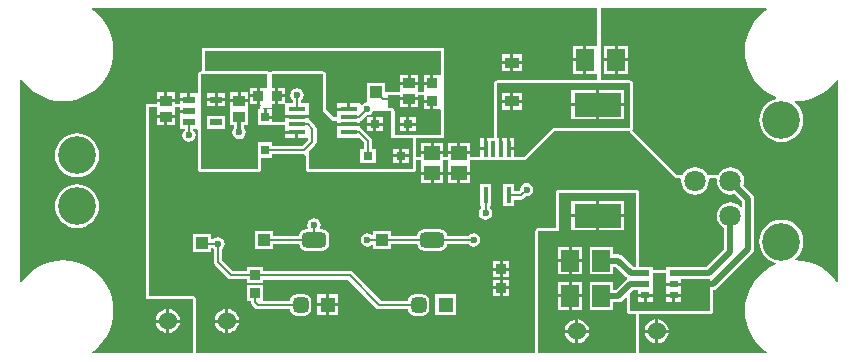
<source format=gtl>
G04*
G04 #@! TF.GenerationSoftware,Altium Limited,Altium Designer,20.0.13 (296)*
G04*
G04 Layer_Physical_Order=1*
G04 Layer_Color=255*
%FSLAX25Y25*%
%MOIN*%
G70*
G01*
G75*
%ADD11C,0.00787*%
%ADD14R,0.07874X0.06693*%
%ADD15R,0.01772X0.05315*%
%ADD16R,0.05709X0.01772*%
%ADD17R,0.04134X0.02362*%
%ADD18R,0.05906X0.07284*%
G04:AMPARAMS|DCode=19|XSize=51.18mil|YSize=78.74mil|CornerRadius=12.8mil|HoleSize=0mil|Usage=FLASHONLY|Rotation=270.000|XOffset=0mil|YOffset=0mil|HoleType=Round|Shape=RoundedRectangle|*
%AMROUNDEDRECTD19*
21,1,0.05118,0.05315,0,0,270.0*
21,1,0.02559,0.07874,0,0,270.0*
1,1,0.02559,-0.02657,-0.01280*
1,1,0.02559,-0.02657,0.01280*
1,1,0.02559,0.02657,0.01280*
1,1,0.02559,0.02657,-0.01280*
%
%ADD19ROUNDEDRECTD19*%
G04:AMPARAMS|DCode=20|XSize=51.18mil|YSize=51.18mil|CornerRadius=12.8mil|HoleSize=0mil|Usage=FLASHONLY|Rotation=270.000|XOffset=0mil|YOffset=0mil|HoleType=Round|Shape=RoundedRectangle|*
%AMROUNDEDRECTD20*
21,1,0.05118,0.02559,0,0,270.0*
21,1,0.02559,0.05118,0,0,270.0*
1,1,0.02559,-0.01280,-0.01280*
1,1,0.02559,-0.01280,0.01280*
1,1,0.02559,0.01280,0.01280*
1,1,0.02559,0.01280,-0.01280*
%
%ADD20ROUNDEDRECTD20*%
%ADD21R,0.05118X0.05118*%
%ADD22R,0.03347X0.03347*%
%ADD23R,0.03347X0.03347*%
%ADD24R,0.03150X0.02165*%
%ADD25R,0.15748X0.07874*%
%ADD26R,0.02756X0.03150*%
%ADD27R,0.03150X0.02756*%
%ADD28R,0.04803X0.03583*%
%ADD29R,0.05512X0.04528*%
%ADD30R,0.03937X0.03543*%
%ADD54R,0.03937X0.03937*%
%ADD55C,0.01968*%
%ADD56C,0.01181*%
%ADD57C,0.06000*%
%ADD58C,0.07087*%
%ADD59C,0.12598*%
%ADD60R,0.07087X0.07087*%
%ADD61C,0.02362*%
G36*
X141697Y94449D02*
X141256Y94307D01*
X141197Y94307D01*
X139083D01*
Y91634D01*
X138583D01*
Y91134D01*
X135909D01*
Y89118D01*
X135909Y88961D01*
X135551Y88618D01*
X134071D01*
Y91134D01*
X131102D01*
X128134D01*
Y88618D01*
X124016D01*
X123626Y88540D01*
X123547Y88488D01*
X123047Y88755D01*
Y91551D01*
X117110D01*
Y85614D01*
X116821Y85234D01*
X116275Y85125D01*
X115553Y84643D01*
X115378Y84381D01*
X114878Y84532D01*
Y84858D01*
X111524D01*
Y82973D01*
X111024D01*
Y82472D01*
X107169D01*
Y80153D01*
X105934D01*
X103382Y82706D01*
X103382Y94488D01*
X103304Y94878D01*
X103083Y95209D01*
X102752Y95430D01*
X102362Y95508D01*
X85433Y95508D01*
X85043Y95430D01*
X84712Y95209D01*
X84579D01*
X84248Y95430D01*
X83858Y95508D01*
X63028Y95508D01*
Y102327D01*
X141697D01*
Y94449D01*
D02*
G37*
G36*
X135909Y86032D02*
X138583D01*
Y85532D01*
X139083D01*
Y82858D01*
X141256D01*
Y82858D01*
X141697Y82716D01*
Y74410D01*
X126216D01*
Y82284D01*
X126139Y82674D01*
X125918Y83004D01*
X125587Y83226D01*
X125197Y83303D01*
X124016D01*
Y87598D01*
X128134D01*
Y86819D01*
X131102D01*
X134071D01*
Y87598D01*
X135909D01*
Y86032D01*
D02*
G37*
G36*
X102362Y82284D02*
X105512Y79134D01*
X107169D01*
Y78354D01*
X111024D01*
X114878D01*
Y79020D01*
X114945Y79033D01*
X115406Y79341D01*
X116947Y80883D01*
X117126Y80847D01*
X117977Y81016D01*
X118699Y81498D01*
X119181Y82220D01*
X119193Y82284D01*
X125197Y82284D01*
Y73228D01*
X132283Y73228D01*
X132283Y62992D01*
X97638Y62992D01*
Y68857D01*
X99824Y71042D01*
X100132Y71504D01*
X100240Y72047D01*
X100240Y72047D01*
Y76378D01*
X100132Y76922D01*
X99824Y77383D01*
X98347Y78859D01*
X97886Y79167D01*
X97555Y79233D01*
Y79913D01*
X93701D01*
X89846D01*
Y78740D01*
X85449D01*
Y79815D01*
X83071D01*
Y80315D01*
X82571D01*
Y82890D01*
X82284D01*
Y83465D01*
X85433Y83465D01*
Y84728D01*
X86409D01*
Y87402D01*
Y90075D01*
X85433D01*
X85433Y94488D01*
X102362Y94488D01*
X102362Y82284D01*
D02*
G37*
G36*
X54610Y82784D02*
X57677D01*
Y81783D01*
X54610D01*
Y80102D01*
Y76362D01*
X56256D01*
Y75886D01*
X56105Y75785D01*
X55623Y75064D01*
X55453Y74213D01*
X55623Y73362D01*
X56105Y72640D01*
X56826Y72158D01*
X57677Y71989D01*
X58528Y72158D01*
X59250Y72640D01*
X59732Y73362D01*
X59901Y74213D01*
X59732Y75064D01*
X59250Y75785D01*
X59098Y75886D01*
Y76362D01*
X60291D01*
X60791Y75882D01*
Y62992D01*
X60869Y62602D01*
X61090Y62271D01*
X61421Y62050D01*
X61811Y61972D01*
X80709D01*
X81099Y62050D01*
X81430Y62271D01*
X81651Y62602D01*
X81728Y62992D01*
Y66716D01*
X85449D01*
Y67870D01*
X96063D01*
X96118Y67881D01*
X96618Y67471D01*
Y62992D01*
X96696Y62602D01*
X96917Y62271D01*
X97248Y62050D01*
X97638Y61973D01*
X132283Y61972D01*
X132674Y62050D01*
X133004Y62271D01*
X133225Y62602D01*
X133303Y62992D01*
Y65438D01*
X133303Y65909D01*
X135024D01*
Y65280D01*
X135024Y65142D01*
Y64780D01*
X135024Y64642D01*
Y62016D01*
X142535D01*
Y64642D01*
X142535Y64780D01*
Y65142D01*
X142535Y65280D01*
Y65909D01*
X143882D01*
Y65280D01*
X143882Y65142D01*
Y64780D01*
X143882Y64642D01*
Y62016D01*
X151394D01*
Y64642D01*
X151394Y64780D01*
Y65142D01*
X151394Y65280D01*
Y65909D01*
X154709D01*
X155099Y65987D01*
X155307Y66126D01*
X165559D01*
X165767Y65987D01*
X166157Y65909D01*
X169291D01*
X169682Y65987D01*
X170012Y66208D01*
X179556Y75752D01*
X204485D01*
X204503Y75661D01*
X204559Y75577D01*
X204598Y75484D01*
X204669Y75413D01*
X204724Y75330D01*
X219752Y60303D01*
X220082Y60082D01*
X220472Y60004D01*
X221541D01*
X221871Y59628D01*
X221796Y59055D01*
X221952Y57869D01*
X222409Y56764D01*
X223138Y55815D01*
X224087Y55087D01*
X225192Y54629D01*
X226378Y54473D01*
X227564Y54629D01*
X228669Y55087D01*
X229618Y55815D01*
X230346Y56764D01*
X230804Y57869D01*
X230960Y59055D01*
X230885Y59628D01*
X231215Y60004D01*
X233352D01*
X233682Y59628D01*
X233607Y59055D01*
X233763Y57869D01*
X234220Y56764D01*
X234949Y55815D01*
X235898Y55087D01*
X237003Y54629D01*
X238189Y54473D01*
X239375Y54629D01*
X239643Y54740D01*
X242071Y52312D01*
Y50425D01*
X241598Y50265D01*
X241429Y50484D01*
X240480Y51213D01*
X239375Y51670D01*
X238189Y51827D01*
X237003Y51670D01*
X235898Y51213D01*
X234949Y50484D01*
X234220Y49535D01*
X233763Y48430D01*
X233607Y47244D01*
X233763Y46058D01*
X234220Y44953D01*
X234949Y44004D01*
X235898Y43275D01*
X236166Y43165D01*
Y36271D01*
X230264Y30370D01*
X221866D01*
Y30429D01*
X216717D01*
Y29366D01*
X212417D01*
Y30429D01*
X207713D01*
X207713Y55118D01*
X207635Y55508D01*
X207414Y55839D01*
X207083Y56060D01*
X206693Y56138D01*
X181102Y56138D01*
X180712Y56060D01*
X180381Y55839D01*
X180160Y55508D01*
X180083Y55118D01*
X180083Y43342D01*
X174213Y43342D01*
X173822Y43265D01*
X173492Y43044D01*
X173271Y42713D01*
X173193Y42323D01*
X173193Y1529D01*
X60075D01*
Y19685D01*
X59997Y20075D01*
X59776Y20406D01*
X59445Y20627D01*
X59055Y20705D01*
X44327D01*
X44327Y83626D01*
X47032D01*
Y80913D01*
X52969D01*
Y83626D01*
X54610D01*
Y82784D01*
D02*
G37*
G36*
X83858Y90369D02*
X83358Y90075D01*
X81307D01*
Y87402D01*
Y84728D01*
X81475D01*
X81627Y84228D01*
X81563Y84185D01*
X81341Y83855D01*
X81264Y83465D01*
Y82890D01*
X80693D01*
Y77740D01*
X85350D01*
X85449Y77721D01*
X89846D01*
Y75795D01*
X93701D01*
Y75295D01*
X94201D01*
Y73409D01*
X97398D01*
Y72636D01*
X95474Y70712D01*
X85449D01*
Y71866D01*
X80693D01*
Y66716D01*
X80709D01*
Y62992D01*
X61811D01*
X61811Y94488D01*
X83858Y94488D01*
X83858Y90369D01*
D02*
G37*
G36*
X193862Y104450D02*
X193618Y104051D01*
X193362Y104051D01*
X190165D01*
Y99409D01*
Y94768D01*
X193362D01*
X193618Y94768D01*
X193862Y94369D01*
Y92555D01*
X160433D01*
X160043Y92477D01*
X159712Y92256D01*
X159491Y91926D01*
X159414Y91535D01*
X159414Y73441D01*
X157095D01*
Y69784D01*
X156595D01*
Y69283D01*
X154709D01*
Y66929D01*
X151394D01*
Y67905D01*
X143882D01*
Y66929D01*
X142535D01*
Y67905D01*
X135024D01*
Y66929D01*
X133303D01*
X133303Y73228D01*
X133303Y73228D01*
X142717D01*
Y103347D01*
X62008D01*
Y95508D01*
X61811D01*
X61421Y95430D01*
X61090Y95209D01*
X60869Y94878D01*
X60791Y94488D01*
Y88685D01*
X60744Y88205D01*
X58177D01*
Y86024D01*
X57677D01*
Y85524D01*
X54610D01*
Y84646D01*
X52969D01*
Y85228D01*
X47032D01*
Y84646D01*
X43307D01*
X43307Y19685D01*
X59055D01*
Y1529D01*
X25475D01*
X25330Y2008D01*
X25965Y2432D01*
X27616Y3880D01*
X29064Y5531D01*
X30283Y7356D01*
X31254Y9325D01*
X31960Y11404D01*
X32388Y13557D01*
X32532Y15748D01*
X32388Y17939D01*
X31960Y20092D01*
X31254Y22171D01*
X30283Y24140D01*
X29064Y25965D01*
X27616Y27616D01*
X25965Y29064D01*
X24140Y30283D01*
X22171Y31254D01*
X20092Y31960D01*
X17939Y32388D01*
X15748Y32532D01*
X13557Y32388D01*
X11404Y31960D01*
X9325Y31254D01*
X7356Y30283D01*
X5531Y29064D01*
X3880Y27616D01*
X2432Y25965D01*
X2008Y25330D01*
X1529Y25475D01*
Y92635D01*
X2008Y92780D01*
X2432Y92145D01*
X3880Y90494D01*
X5531Y89047D01*
X7356Y87827D01*
X9325Y86856D01*
X11404Y86150D01*
X13557Y85722D01*
X15748Y85578D01*
X17939Y85722D01*
X20092Y86150D01*
X22171Y86856D01*
X24140Y87827D01*
X25965Y89047D01*
X27616Y90494D01*
X29064Y92145D01*
X30283Y93970D01*
X31254Y95939D01*
X31960Y98018D01*
X32388Y100171D01*
X32532Y102362D01*
X32388Y104553D01*
X31960Y106706D01*
X31254Y108785D01*
X30283Y110754D01*
X29064Y112580D01*
X27616Y114230D01*
X25965Y115678D01*
X25330Y116102D01*
X25475Y116581D01*
X193862D01*
Y104450D01*
D02*
G37*
G36*
X204724Y76772D02*
X179134D01*
X169291Y66929D01*
X166157D01*
Y69283D01*
X164272D01*
Y69784D01*
X163772D01*
Y73441D01*
X162213D01*
Y69784D01*
X161213D01*
Y73441D01*
X160433D01*
X160433Y91535D01*
X204724D01*
Y76772D01*
D02*
G37*
G36*
X206693Y55118D02*
X206693Y30370D01*
X205759D01*
X202218Y33911D01*
X201562Y34349D01*
X200787Y34503D01*
X199130D01*
Y37122D01*
X191224D01*
Y27839D01*
X199130D01*
Y30457D01*
X199949D01*
X203491Y26916D01*
X203600Y26843D01*
Y26241D01*
X203294Y26037D01*
X199949Y22692D01*
X199130D01*
Y25311D01*
X191224D01*
Y16028D01*
X199130D01*
Y18646D01*
X200787D01*
X201562Y18800D01*
X202218Y19239D01*
X203243Y20264D01*
X203705Y20072D01*
Y15748D01*
X203782Y15358D01*
X204003Y15027D01*
X204334Y14806D01*
X204724Y14728D01*
X206693D01*
X206693Y1529D01*
X174213D01*
X174213Y42323D01*
X181102Y42323D01*
X181102Y55118D01*
X206693Y55118D01*
D02*
G37*
G36*
X250260Y116102D02*
X249625Y115678D01*
X247974Y114230D01*
X246527Y112580D01*
X245307Y110754D01*
X244336Y108785D01*
X243631Y106706D01*
X243202Y104553D01*
X243059Y102362D01*
X243202Y100171D01*
X243631Y98018D01*
X244336Y95939D01*
X245307Y93970D01*
X246527Y92145D01*
X247974Y90494D01*
X249625Y89047D01*
X251450Y87827D01*
X253312Y86909D01*
X253336Y86573D01*
X253277Y86376D01*
X252390Y86107D01*
X251122Y85429D01*
X250011Y84517D01*
X249098Y83406D01*
X248421Y82138D01*
X248003Y80762D01*
X247862Y79331D01*
X248003Y77900D01*
X248421Y76524D01*
X249098Y75256D01*
X250011Y74144D01*
X251122Y73232D01*
X252390Y72554D01*
X253766Y72137D01*
X255197Y71996D01*
X256628Y72137D01*
X258004Y72554D01*
X259272Y73232D01*
X260383Y74144D01*
X261295Y75256D01*
X261973Y76524D01*
X262390Y77900D01*
X262531Y79331D01*
X262390Y80762D01*
X261973Y82138D01*
X261295Y83406D01*
X260383Y84517D01*
X259688Y85087D01*
X259820Y85508D01*
X259876Y85580D01*
X262033Y85722D01*
X264187Y86150D01*
X266266Y86856D01*
X268234Y87827D01*
X270060Y89047D01*
X271711Y90494D01*
X273158Y92145D01*
X273583Y92780D01*
X274061Y92635D01*
Y25475D01*
X273583Y25330D01*
X273158Y25965D01*
X271711Y27616D01*
X270060Y29064D01*
X268234Y30283D01*
X266266Y31254D01*
X264187Y31960D01*
X262033Y32388D01*
X259876Y32530D01*
X259820Y32603D01*
X259688Y33023D01*
X260383Y33593D01*
X261295Y34705D01*
X261973Y35973D01*
X262390Y37349D01*
X262531Y38780D01*
X262390Y40210D01*
X261973Y41586D01*
X261295Y42854D01*
X260383Y43966D01*
X259272Y44878D01*
X258004Y45556D01*
X256628Y45973D01*
X255197Y46114D01*
X253766Y45973D01*
X252390Y45556D01*
X251122Y44878D01*
X250011Y43966D01*
X249098Y42854D01*
X248421Y41586D01*
X248003Y40210D01*
X247862Y38780D01*
X248003Y37349D01*
X248421Y35973D01*
X249098Y34705D01*
X250011Y33593D01*
X251122Y32681D01*
X252390Y32003D01*
X253277Y31734D01*
X253336Y31537D01*
X253312Y31201D01*
X251450Y30283D01*
X249625Y29064D01*
X247974Y27616D01*
X246527Y25965D01*
X245307Y24140D01*
X244336Y22171D01*
X243631Y20092D01*
X243202Y17939D01*
X243059Y15748D01*
X243202Y13557D01*
X243631Y11404D01*
X244336Y9325D01*
X245307Y7356D01*
X246527Y5531D01*
X247974Y3880D01*
X249625Y2432D01*
X250260Y2008D01*
X250115Y1529D01*
X207713D01*
X207713Y14728D01*
X231299D01*
X231689Y14806D01*
X232020Y15027D01*
X232241Y15358D01*
X232319Y15748D01*
Y22590D01*
X233058Y22737D01*
X233714Y23176D01*
X245525Y34987D01*
X245964Y35643D01*
X246118Y36417D01*
Y53150D01*
X245964Y53924D01*
X245525Y54580D01*
X242504Y57601D01*
X242615Y57869D01*
X242772Y59055D01*
X242615Y60241D01*
X242158Y61346D01*
X241429Y62295D01*
X240480Y63024D01*
X239375Y63481D01*
X238189Y63638D01*
X237003Y63481D01*
X235898Y63024D01*
X234949Y62295D01*
X234220Y61346D01*
X234087Y61024D01*
X230480D01*
X230346Y61346D01*
X229618Y62295D01*
X228669Y63024D01*
X227564Y63481D01*
X226378Y63638D01*
X225192Y63481D01*
X224087Y63024D01*
X223138Y62295D01*
X222409Y61346D01*
X222276Y61024D01*
X220472D01*
X205445Y76051D01*
X205666Y76381D01*
X205744Y76772D01*
Y91535D01*
X205666Y91926D01*
X205445Y92256D01*
X205115Y92477D01*
X204724Y92555D01*
X194882D01*
Y116581D01*
X250115D01*
X250260Y116102D01*
D02*
G37*
G36*
X216717Y26264D02*
Y25106D01*
X219291D01*
X221866D01*
Y26323D01*
X231102D01*
X231299Y26162D01*
Y15748D01*
X204724D01*
Y21745D01*
X205562Y22583D01*
X207268D01*
Y21366D01*
X209842D01*
X212417D01*
Y22524D01*
Y26264D01*
Y28346D01*
X216717D01*
Y26264D01*
D02*
G37*
%LPC*%
G36*
X134071Y94406D02*
X131602D01*
Y92134D01*
X134071D01*
Y94406D01*
D02*
G37*
G36*
X138083Y94307D02*
X135909D01*
Y92134D01*
X138083D01*
Y94307D01*
D02*
G37*
G36*
X130602Y94406D02*
X128134D01*
Y92134D01*
X130602D01*
Y94406D01*
D02*
G37*
G36*
X110524Y84858D02*
X107169D01*
Y83473D01*
X110524D01*
Y84858D01*
D02*
G37*
G36*
X134071Y85819D02*
X131602D01*
Y83547D01*
X134071D01*
Y85819D01*
D02*
G37*
G36*
X130602D02*
X128134D01*
Y83547D01*
X130602D01*
Y85819D01*
D02*
G37*
G36*
X138083Y85031D02*
X135909D01*
Y82858D01*
X138083D01*
Y85031D01*
D02*
G37*
G36*
X133283Y80331D02*
X131209D01*
Y78453D01*
X133283D01*
Y80331D01*
D02*
G37*
G36*
X130209D02*
X128134D01*
Y78453D01*
X130209D01*
Y80331D01*
D02*
G37*
G36*
X133283Y77453D02*
X131209D01*
Y75575D01*
X133283D01*
Y77453D01*
D02*
G37*
G36*
X130209D02*
X128134D01*
Y75575D01*
X130209D01*
Y77453D01*
D02*
G37*
G36*
X89583Y90075D02*
X87410D01*
Y87902D01*
X89583D01*
Y90075D01*
D02*
G37*
G36*
X93701Y89822D02*
X92850Y89653D01*
X92128Y89171D01*
X91646Y88450D01*
X91477Y87598D01*
X91646Y86747D01*
X92128Y86026D01*
X92280Y85925D01*
Y84858D01*
X90029D01*
X89846Y84858D01*
X89583Y85249D01*
Y86902D01*
X87410D01*
Y84728D01*
X89400D01*
X89583Y84728D01*
X89846Y84338D01*
Y81087D01*
Y80913D01*
X93701D01*
X97555D01*
Y81087D01*
Y84858D01*
X95122D01*
Y85925D01*
X95273Y86026D01*
X95755Y86747D01*
X95925Y87598D01*
X95755Y88450D01*
X95273Y89171D01*
X94552Y89653D01*
X93701Y89822D01*
D02*
G37*
G36*
X85449Y82890D02*
X83571D01*
Y80815D01*
X85449D01*
Y82890D01*
D02*
G37*
G36*
X122260Y80331D02*
X120185D01*
Y78453D01*
X122260D01*
Y80331D01*
D02*
G37*
G36*
X119185D02*
X117110D01*
Y78453D01*
X119185D01*
Y80331D01*
D02*
G37*
G36*
X122260Y77453D02*
X120185D01*
Y75575D01*
X122260D01*
Y77453D01*
D02*
G37*
G36*
X119185D02*
X117110D01*
Y75575D01*
X119185D01*
Y77453D01*
D02*
G37*
G36*
X130921Y69701D02*
X128847D01*
Y67823D01*
X130921D01*
Y69701D01*
D02*
G37*
G36*
X127847D02*
X125772D01*
Y67823D01*
X127847D01*
Y69701D01*
D02*
G37*
G36*
X130921Y66823D02*
X128847D01*
Y64945D01*
X130921D01*
Y66823D01*
D02*
G37*
G36*
X127847D02*
X125772D01*
Y64945D01*
X127847D01*
Y66823D01*
D02*
G37*
G36*
X114878Y77354D02*
X111024D01*
X107169D01*
Y75968D01*
Y73409D01*
X114345D01*
X115902Y71852D01*
Y69701D01*
X114748D01*
Y64945D01*
X119898D01*
Y69701D01*
X118744D01*
Y72441D01*
X118636Y72985D01*
X118328Y73446D01*
X115473Y76300D01*
X115012Y76608D01*
X114878Y76635D01*
Y77354D01*
D02*
G37*
G36*
X52969Y79913D02*
X50500D01*
Y77642D01*
X52969D01*
Y79913D01*
D02*
G37*
G36*
X49500D02*
X47032D01*
Y77642D01*
X49500D01*
Y79913D01*
D02*
G37*
G36*
X151394Y61016D02*
X148138D01*
Y58252D01*
X151394D01*
Y61016D01*
D02*
G37*
G36*
X147138D02*
X143882D01*
Y58252D01*
X147138D01*
Y61016D01*
D02*
G37*
G36*
X142535D02*
X139279D01*
Y58252D01*
X142535D01*
Y61016D01*
D02*
G37*
G36*
X138279D02*
X135024D01*
Y58252D01*
X138279D01*
Y61016D01*
D02*
G37*
G36*
X170276Y58326D02*
X169425Y58157D01*
X168703Y57675D01*
X168221Y56953D01*
X168052Y56102D01*
X168062Y56052D01*
X167712Y55653D01*
X166157D01*
Y57890D01*
X162386D01*
Y50575D01*
X166157D01*
Y52811D01*
X168405D01*
X168949Y52919D01*
X169410Y53228D01*
X170097Y53914D01*
X170276Y53878D01*
X171127Y54048D01*
X171848Y54530D01*
X172330Y55251D01*
X172499Y56102D01*
X172330Y56953D01*
X171848Y57675D01*
X171127Y58157D01*
X170276Y58326D01*
D02*
G37*
G36*
X158480Y57890D02*
X154709D01*
Y50575D01*
X155174D01*
Y50001D01*
X155022Y49899D01*
X154540Y49178D01*
X154371Y48327D01*
X154540Y47476D01*
X155022Y46754D01*
X155744Y46272D01*
X156595Y46103D01*
X157446Y46272D01*
X158167Y46754D01*
X158649Y47476D01*
X158818Y48327D01*
X158649Y49178D01*
X158167Y49899D01*
X158016Y50001D01*
Y50575D01*
X158480D01*
Y57890D01*
D02*
G37*
G36*
X141437Y42974D02*
X136122D01*
X135233Y42797D01*
X134479Y42293D01*
X133975Y41539D01*
X133826Y40791D01*
X125016D01*
Y42339D01*
X119079D01*
Y41244D01*
X118987Y41172D01*
X118579Y41023D01*
X117977Y41425D01*
X117126Y41594D01*
X116275Y41425D01*
X115553Y40943D01*
X115071Y40221D01*
X114902Y39370D01*
X115071Y38519D01*
X115553Y37798D01*
X116275Y37315D01*
X117126Y37146D01*
X117977Y37315D01*
X118579Y37718D01*
X118987Y37569D01*
X119079Y37496D01*
Y36402D01*
X125016D01*
Y37949D01*
X133826D01*
X133975Y37201D01*
X134479Y36447D01*
X135233Y35943D01*
X136122Y35766D01*
X141437D01*
X142326Y35943D01*
X143080Y36447D01*
X143584Y37201D01*
X143733Y37949D01*
X150885D01*
X150987Y37798D01*
X151708Y37315D01*
X152559Y37146D01*
X153410Y37315D01*
X154131Y37798D01*
X154614Y38519D01*
X154783Y39370D01*
X154614Y40221D01*
X154131Y40943D01*
X153410Y41425D01*
X152559Y41594D01*
X151708Y41425D01*
X150987Y40943D01*
X150885Y40791D01*
X143733D01*
X143584Y41539D01*
X143080Y42293D01*
X142326Y42797D01*
X141437Y42974D01*
D02*
G37*
G36*
X99410Y46515D02*
X98558Y46346D01*
X97837Y45864D01*
X97355Y45142D01*
X97186Y44291D01*
X97348Y43474D01*
X97345Y43364D01*
X97136Y42974D01*
X96752D01*
X95863Y42797D01*
X95108Y42293D01*
X94605Y41539D01*
X94456Y40791D01*
X85646D01*
Y42339D01*
X79709D01*
Y36402D01*
X85646D01*
Y37949D01*
X94456D01*
X94605Y37201D01*
X95108Y36447D01*
X95863Y35943D01*
X96752Y35766D01*
X102067D01*
X102956Y35943D01*
X103710Y36447D01*
X104214Y37201D01*
X104391Y38091D01*
Y40650D01*
X104214Y41539D01*
X103710Y42293D01*
X102956Y42797D01*
X102067Y42974D01*
X101683D01*
X101474Y43364D01*
X101471Y43474D01*
X101633Y44291D01*
X101464Y45142D01*
X100982Y45864D01*
X100260Y46346D01*
X99410Y46515D01*
D02*
G37*
G36*
X164484Y32201D02*
X162311D01*
Y30028D01*
X164484D01*
Y32201D01*
D02*
G37*
G36*
X161311D02*
X159138D01*
Y30028D01*
X161311D01*
Y32201D01*
D02*
G37*
G36*
X164484Y29028D02*
X162311D01*
Y26854D01*
X164484D01*
Y29028D01*
D02*
G37*
G36*
X161311D02*
X159138D01*
Y26854D01*
X161311D01*
Y29028D01*
D02*
G37*
G36*
X164484Y26098D02*
X162311D01*
Y23925D01*
X164484D01*
Y26098D01*
D02*
G37*
G36*
X161311D02*
X159138D01*
Y23925D01*
X161311D01*
Y26098D01*
D02*
G37*
G36*
X164484Y22925D02*
X162311D01*
Y20752D01*
X164484D01*
Y22925D01*
D02*
G37*
G36*
X161311D02*
X159138D01*
Y20752D01*
X161311D01*
Y22925D01*
D02*
G37*
G36*
X107496Y21276D02*
X104437D01*
Y18216D01*
X107496D01*
Y21276D01*
D02*
G37*
G36*
X103437D02*
X100378D01*
Y18216D01*
X103437D01*
Y21276D01*
D02*
G37*
G36*
X146866D02*
X139748D01*
Y14157D01*
X146866D01*
Y21276D01*
D02*
G37*
G36*
X107496Y17217D02*
X104437D01*
Y14157D01*
X107496D01*
Y17217D01*
D02*
G37*
G36*
X103437D02*
X100378D01*
Y14157D01*
X103437D01*
Y17217D01*
D02*
G37*
G36*
X64976Y41354D02*
X59039D01*
Y35417D01*
X64976D01*
Y36669D01*
X65649D01*
X65750Y36518D01*
X65902Y36417D01*
Y32087D01*
X66010Y31543D01*
X66318Y31082D01*
X70747Y26653D01*
X71208Y26345D01*
X71752Y26237D01*
X77051D01*
Y24984D01*
X82398D01*
Y26138D01*
X110632D01*
X120058Y16712D01*
X120519Y16404D01*
X121063Y16296D01*
X121063Y16296D01*
X130676D01*
X130825Y15548D01*
X131329Y14794D01*
X132083Y14290D01*
X132973Y14113D01*
X135531D01*
X136421Y14290D01*
X137175Y14794D01*
X137679Y15548D01*
X137856Y16437D01*
Y18996D01*
X137679Y19885D01*
X137175Y20640D01*
X136421Y21143D01*
X135531Y21320D01*
X132973D01*
X132083Y21143D01*
X131329Y20640D01*
X130825Y19885D01*
X130676Y19138D01*
X121652D01*
X112225Y28564D01*
X111764Y28872D01*
X111221Y28980D01*
X82398D01*
Y30331D01*
X77051D01*
Y29079D01*
X72341D01*
X68744Y32675D01*
Y36417D01*
X68895Y36518D01*
X69377Y37240D01*
X69547Y38091D01*
X69377Y38942D01*
X68895Y39663D01*
X68174Y40145D01*
X67323Y40314D01*
X66472Y40145D01*
X65750Y39663D01*
X65649Y39511D01*
X64976D01*
Y41354D01*
D02*
G37*
G36*
X82398Y24228D02*
X77051D01*
Y18882D01*
X78303D01*
Y18701D01*
X78412Y18157D01*
X78720Y17696D01*
X79704Y16712D01*
X80165Y16404D01*
X80709Y16296D01*
X91306D01*
X91455Y15548D01*
X91959Y14794D01*
X92713Y14290D01*
X93602Y14113D01*
X96161D01*
X97051Y14290D01*
X97805Y14794D01*
X98309Y15548D01*
X98486Y16437D01*
Y18996D01*
X98309Y19885D01*
X97805Y20640D01*
X97051Y21143D01*
X96161Y21320D01*
X93602D01*
X92713Y21143D01*
X91959Y20640D01*
X91455Y19885D01*
X91306Y19138D01*
X82398D01*
Y24228D01*
D02*
G37*
G36*
X70866Y16280D02*
Y12811D01*
X74335D01*
X74263Y13355D01*
X73860Y14328D01*
X73219Y15164D01*
X72383Y15805D01*
X71410Y16208D01*
X70866Y16280D01*
D02*
G37*
G36*
X69866D02*
X69322Y16208D01*
X68349Y15805D01*
X67513Y15164D01*
X66872Y14328D01*
X66469Y13355D01*
X66397Y12811D01*
X69866D01*
Y16280D01*
D02*
G37*
G36*
X74335Y11811D02*
X70866D01*
Y8342D01*
X71410Y8414D01*
X72383Y8817D01*
X73219Y9458D01*
X73860Y10294D01*
X74263Y11267D01*
X74335Y11811D01*
D02*
G37*
G36*
X69866D02*
X66397D01*
X66469Y11267D01*
X66872Y10294D01*
X67513Y9458D01*
X68349Y8817D01*
X69322Y8414D01*
X69866Y8342D01*
Y11811D01*
D02*
G37*
G36*
X80307Y90075D02*
X78134D01*
Y87902D01*
X80307D01*
Y90075D01*
D02*
G37*
G36*
X69799Y88205D02*
X67232D01*
Y86524D01*
X69799D01*
Y88205D01*
D02*
G37*
G36*
X66232D02*
X63665D01*
Y86524D01*
X66232D01*
Y88205D01*
D02*
G37*
G36*
X77378Y88500D02*
X74910D01*
Y86228D01*
X77378D01*
Y88500D01*
D02*
G37*
G36*
X73909D02*
X71441D01*
Y86228D01*
X73909D01*
Y88500D01*
D02*
G37*
G36*
X80307Y86902D02*
X78134D01*
Y84728D01*
X80307D01*
Y86902D01*
D02*
G37*
G36*
X69799Y85524D02*
X67232D01*
Y83842D01*
X69799D01*
Y85524D01*
D02*
G37*
G36*
X66232D02*
X63665D01*
Y83842D01*
X66232D01*
Y85524D01*
D02*
G37*
G36*
X69799Y80724D02*
X63665D01*
Y76362D01*
X69799D01*
Y80724D01*
D02*
G37*
G36*
X93201Y74795D02*
X89846D01*
Y73409D01*
X93201D01*
Y74795D01*
D02*
G37*
G36*
X77378Y85228D02*
X71441D01*
Y82957D01*
Y77642D01*
X72788D01*
Y76696D01*
X72355Y76048D01*
X72186Y75197D01*
X72355Y74346D01*
X72837Y73624D01*
X73558Y73142D01*
X74410Y72973D01*
X75261Y73142D01*
X75982Y73624D01*
X76464Y74346D01*
X76633Y75197D01*
X76464Y76048D01*
X76031Y76696D01*
Y77642D01*
X77378D01*
Y82957D01*
Y85228D01*
D02*
G37*
G36*
X189165Y104051D02*
X185713D01*
Y99909D01*
X189165D01*
Y104051D01*
D02*
G37*
G36*
X168756Y101216D02*
X165854D01*
Y98925D01*
X168756D01*
Y101216D01*
D02*
G37*
G36*
X164854D02*
X161953D01*
Y98925D01*
X164854D01*
Y101216D01*
D02*
G37*
G36*
X168756Y97925D02*
X165854D01*
Y95634D01*
X168756D01*
Y97925D01*
D02*
G37*
G36*
X164854D02*
X161953D01*
Y95634D01*
X164854D01*
Y97925D01*
D02*
G37*
G36*
X189165Y98909D02*
X185713D01*
Y94768D01*
X189165D01*
Y98909D01*
D02*
G37*
G36*
X57177Y88205D02*
X54610D01*
Y86524D01*
X57177D01*
Y88205D01*
D02*
G37*
G36*
X52969Y88500D02*
X50500D01*
Y86228D01*
X52969D01*
Y88500D01*
D02*
G37*
G36*
X49500D02*
X47032D01*
Y86228D01*
X49500D01*
Y88500D01*
D02*
G37*
G36*
X156095Y73441D02*
X154709D01*
Y70284D01*
X156095D01*
Y73441D01*
D02*
G37*
G36*
X151394Y71669D02*
X148138D01*
Y68906D01*
X151394D01*
Y71669D01*
D02*
G37*
G36*
X147138D02*
X143882D01*
Y68906D01*
X147138D01*
Y71669D01*
D02*
G37*
G36*
X142535D02*
X139279D01*
Y68906D01*
X142535D01*
Y71669D01*
D02*
G37*
G36*
X138279D02*
X135024D01*
Y68906D01*
X138279D01*
Y71669D01*
D02*
G37*
G36*
X20394Y74854D02*
X18963Y74713D01*
X17587Y74296D01*
X16319Y73618D01*
X15207Y72706D01*
X14295Y71595D01*
X13618Y70327D01*
X13200Y68951D01*
X13059Y67520D01*
X13200Y66089D01*
X13618Y64713D01*
X14295Y63445D01*
X15207Y62333D01*
X16319Y61421D01*
X17587Y60743D01*
X18963Y60326D01*
X20394Y60185D01*
X21825Y60326D01*
X23201Y60743D01*
X24469Y61421D01*
X25580Y62333D01*
X26492Y63445D01*
X27170Y64713D01*
X27587Y66089D01*
X27728Y67520D01*
X27587Y68951D01*
X27170Y70327D01*
X26492Y71595D01*
X25580Y72706D01*
X24469Y73618D01*
X23201Y74296D01*
X21825Y74713D01*
X20394Y74854D01*
D02*
G37*
G36*
Y57925D02*
X18963Y57784D01*
X17587Y57367D01*
X16319Y56689D01*
X15207Y55777D01*
X14295Y54665D01*
X13618Y53397D01*
X13200Y52021D01*
X13059Y50591D01*
X13200Y49160D01*
X13618Y47784D01*
X14295Y46516D01*
X15207Y45404D01*
X16319Y44492D01*
X17587Y43814D01*
X18963Y43397D01*
X20394Y43256D01*
X21825Y43397D01*
X23201Y43814D01*
X24469Y44492D01*
X25580Y45404D01*
X26492Y46516D01*
X27170Y47784D01*
X27587Y49160D01*
X27728Y50591D01*
X27587Y52021D01*
X27170Y53397D01*
X26492Y54665D01*
X25580Y55777D01*
X24469Y56689D01*
X23201Y57367D01*
X21825Y57784D01*
X20394Y57925D01*
D02*
G37*
G36*
X51181Y16280D02*
Y12811D01*
X54650D01*
X54578Y13355D01*
X54175Y14328D01*
X53534Y15164D01*
X52698Y15805D01*
X51725Y16208D01*
X51181Y16280D01*
D02*
G37*
G36*
X50181D02*
X49637Y16208D01*
X48664Y15805D01*
X47828Y15164D01*
X47187Y14328D01*
X46784Y13355D01*
X46712Y12811D01*
X50181D01*
Y16280D01*
D02*
G37*
G36*
X54650Y11811D02*
X51181D01*
Y8342D01*
X51725Y8414D01*
X52698Y8817D01*
X53534Y9458D01*
X54175Y10294D01*
X54578Y11267D01*
X54650Y11811D01*
D02*
G37*
G36*
X50181D02*
X46712D01*
X46784Y11267D01*
X47187Y10294D01*
X47828Y9458D01*
X48664Y8817D01*
X49637Y8414D01*
X50181Y8342D01*
Y11811D01*
D02*
G37*
G36*
X168756Y88303D02*
X165854D01*
Y86012D01*
X168756D01*
Y88303D01*
D02*
G37*
G36*
X164854D02*
X161953D01*
Y86012D01*
X164854D01*
Y88303D01*
D02*
G37*
G36*
X202772Y89386D02*
X194398D01*
Y84949D01*
X202772D01*
Y89386D01*
D02*
G37*
G36*
X193398D02*
X185024D01*
Y84949D01*
X193398D01*
Y89386D01*
D02*
G37*
G36*
X168756Y85012D02*
X165854D01*
Y82721D01*
X168756D01*
Y85012D01*
D02*
G37*
G36*
X164854D02*
X161953D01*
Y82721D01*
X164854D01*
Y85012D01*
D02*
G37*
G36*
X202772Y83949D02*
X194398D01*
Y79512D01*
X202772D01*
Y83949D01*
D02*
G37*
G36*
X193398D02*
X185024D01*
Y79512D01*
X193398D01*
Y83949D01*
D02*
G37*
G36*
X166157Y73441D02*
X164772D01*
Y70284D01*
X166157D01*
Y73441D01*
D02*
G37*
G36*
X202772Y52378D02*
X194398D01*
Y47941D01*
X202772D01*
Y52378D01*
D02*
G37*
G36*
X193398D02*
X185024D01*
Y47941D01*
X193398D01*
Y52378D01*
D02*
G37*
G36*
X202772Y46941D02*
X194398D01*
Y42504D01*
X202772D01*
Y46941D01*
D02*
G37*
G36*
X193398D02*
X185024D01*
Y42504D01*
X193398D01*
Y46941D01*
D02*
G37*
G36*
X188697Y37122D02*
X185244D01*
Y32980D01*
X188697D01*
Y37122D01*
D02*
G37*
G36*
X184244D02*
X180791D01*
Y32980D01*
X184244D01*
Y37122D01*
D02*
G37*
G36*
X188697Y31980D02*
X185244D01*
Y27839D01*
X188697D01*
Y31980D01*
D02*
G37*
G36*
X184244D02*
X180791D01*
Y27839D01*
X184244D01*
Y31980D01*
D02*
G37*
G36*
X188697Y25311D02*
X185244D01*
Y21169D01*
X188697D01*
Y25311D01*
D02*
G37*
G36*
X184244D02*
X180791D01*
Y21169D01*
X184244D01*
Y25311D01*
D02*
G37*
G36*
X188697Y20169D02*
X185244D01*
Y16028D01*
X188697D01*
Y20169D01*
D02*
G37*
G36*
X184244D02*
X180791D01*
Y16028D01*
X184244D01*
Y20169D01*
D02*
G37*
G36*
X187508Y12827D02*
Y9358D01*
X190977D01*
X190905Y9903D01*
X190502Y10875D01*
X189861Y11711D01*
X189025Y12352D01*
X188052Y12755D01*
X187508Y12827D01*
D02*
G37*
G36*
X186508Y12827D02*
X185964Y12755D01*
X184991Y12352D01*
X184155Y11711D01*
X183514Y10875D01*
X183111Y9903D01*
X183039Y9358D01*
X186508D01*
Y12827D01*
D02*
G37*
G36*
X190977Y8358D02*
X187508D01*
Y4890D01*
X188052Y4961D01*
X189025Y5364D01*
X189861Y6005D01*
X190502Y6841D01*
X190905Y7814D01*
X190977Y8358D01*
D02*
G37*
G36*
X186508D02*
X183039D01*
X183111Y7814D01*
X183514Y6841D01*
X184155Y6005D01*
X184991Y5364D01*
X185964Y4961D01*
X186508Y4890D01*
Y8358D01*
D02*
G37*
G36*
X204051Y104051D02*
X200598D01*
Y99910D01*
X204051D01*
Y104051D01*
D02*
G37*
G36*
X199598D02*
X196146D01*
Y99910D01*
X199598D01*
Y104051D01*
D02*
G37*
G36*
X204051Y98909D02*
X200598D01*
Y94768D01*
X204051D01*
Y98909D01*
D02*
G37*
G36*
X199598D02*
X196146D01*
Y94768D01*
X199598D01*
Y98909D01*
D02*
G37*
G36*
X214083Y12827D02*
Y9358D01*
X217551D01*
X217480Y9903D01*
X217077Y10875D01*
X216436Y11711D01*
X215600Y12352D01*
X214627Y12755D01*
X214083Y12827D01*
D02*
G37*
G36*
X213083D02*
X212539Y12755D01*
X211565Y12352D01*
X210730Y11711D01*
X210089Y10875D01*
X209686Y9903D01*
X209614Y9358D01*
X213083D01*
Y12827D01*
D02*
G37*
G36*
X217551Y8358D02*
X214083D01*
Y4890D01*
X214627Y4961D01*
X215600Y5364D01*
X216436Y6005D01*
X217077Y6841D01*
X217480Y7814D01*
X217551Y8358D01*
D02*
G37*
G36*
X213083D02*
X209614D01*
X209686Y7814D01*
X210089Y6841D01*
X210730Y6005D01*
X211565Y5364D01*
X212539Y4961D01*
X213083Y4890D01*
Y8358D01*
D02*
G37*
G36*
X221866Y24106D02*
X219291D01*
X216717D01*
Y22524D01*
Y21366D01*
X219291D01*
X221866D01*
Y22524D01*
Y24106D01*
D02*
G37*
G36*
Y20366D02*
X219791D01*
Y18783D01*
X221866D01*
Y20366D01*
D02*
G37*
G36*
X218791D02*
X216717D01*
Y18783D01*
X218791D01*
Y20366D01*
D02*
G37*
G36*
X212417D02*
X210343D01*
Y18783D01*
X212417D01*
Y20366D01*
D02*
G37*
G36*
X209343D02*
X207268D01*
Y18783D01*
X209343D01*
Y20366D01*
D02*
G37*
%LPD*%
D11*
X57677Y74213D02*
Y78543D01*
X114401Y80346D02*
X117126Y83071D01*
X111091Y80346D02*
X114401D01*
X117126Y39370D02*
X122047D01*
X93701Y82973D02*
Y87598D01*
X99410Y44291D02*
X99410Y44291D01*
Y39370D02*
Y44291D01*
X124016Y39370D02*
X138779D01*
X82677D02*
X99410D01*
X67323Y32087D02*
Y38091D01*
X71752Y27657D02*
X79724D01*
X67323Y32087D02*
X71752Y27657D01*
X121063Y17717D02*
X134252D01*
X111221Y27559D02*
X121063Y17717D01*
X79823Y27559D02*
X111221D01*
X79724Y27657D02*
X79823Y27559D01*
X80709Y17717D02*
X94882D01*
X79724Y18701D02*
X80709Y17717D01*
X79724Y18701D02*
Y21555D01*
X138779Y39370D02*
X152559D01*
X164272Y54232D02*
X168405D01*
X170276Y56102D01*
X122343Y86319D02*
X131102D01*
X120079Y88583D02*
X122343Y86319D01*
X156595Y48327D02*
Y54232D01*
X62008Y38386D02*
X62303Y38091D01*
X67323D01*
X111024Y80413D02*
X111091Y80346D01*
X83071Y69291D02*
X96063D01*
X98819Y72047D01*
Y76378D01*
X97342Y77854D02*
X98819Y76378D01*
X93701Y77854D02*
X97342D01*
X114469Y75295D02*
X117323Y72441D01*
X111024Y75295D02*
X114469D01*
X117323Y67323D02*
Y72441D01*
X119587Y77854D02*
X119685Y77953D01*
D14*
X160433Y62008D02*
D03*
D15*
X164272Y69784D02*
D03*
X161713D02*
D03*
X159153D02*
D03*
X156595D02*
D03*
X164272Y54232D02*
D03*
X161713D02*
D03*
X159153D02*
D03*
X156595D02*
D03*
D16*
X93701Y82973D02*
D03*
Y80413D02*
D03*
Y77854D02*
D03*
Y75295D02*
D03*
X111024Y82973D02*
D03*
Y80413D02*
D03*
Y77854D02*
D03*
Y75295D02*
D03*
D17*
X66732Y86024D02*
D03*
Y78543D02*
D03*
X57677D02*
D03*
Y82284D02*
D03*
Y86024D02*
D03*
D18*
X195177Y32480D02*
D03*
X184744D02*
D03*
X195177Y20669D02*
D03*
X184744D02*
D03*
X189665Y99410D02*
D03*
X200098D02*
D03*
D19*
X138779Y39370D02*
D03*
X99410D02*
D03*
D20*
X134252Y17717D02*
D03*
X94882D02*
D03*
D21*
X143307D02*
D03*
X103937D02*
D03*
D22*
X161811Y23425D02*
D03*
Y29528D02*
D03*
X138583Y85532D02*
D03*
Y91634D02*
D03*
X79724Y27657D02*
D03*
Y21555D02*
D03*
D23*
X80807Y87402D02*
D03*
X86910D02*
D03*
D24*
X209842Y28346D02*
D03*
Y24606D02*
D03*
Y20866D02*
D03*
X219291Y28346D02*
D03*
Y24606D02*
D03*
Y20866D02*
D03*
D25*
X193898Y47441D02*
D03*
Y84449D02*
D03*
D26*
X83071Y80315D02*
D03*
Y69291D02*
D03*
D27*
X128347Y67323D02*
D03*
X117323D02*
D03*
X119685Y77953D02*
D03*
X130709D02*
D03*
D28*
X165354Y85512D02*
D03*
Y98425D02*
D03*
D29*
X147638Y68405D02*
D03*
Y61516D02*
D03*
X138779Y68405D02*
D03*
Y61516D02*
D03*
D30*
X131102Y91634D02*
D03*
Y86319D02*
D03*
X74410Y80413D02*
D03*
Y85728D02*
D03*
X50000Y80413D02*
D03*
Y85728D02*
D03*
D54*
X122047Y39370D02*
D03*
X120079Y88583D02*
D03*
X82677Y39370D02*
D03*
X62008Y38386D02*
D03*
D55*
X223426Y24606D02*
X232283D01*
X244094Y36417D01*
Y53150D01*
X238189Y35433D02*
Y47244D01*
X231102Y28346D02*
X238189Y35433D01*
X219291Y28346D02*
X231102D01*
X238189Y59055D02*
X244094Y53150D01*
X195177Y20669D02*
X200787D01*
X204724Y24606D02*
X209842D01*
X200787Y20669D02*
X204724Y24606D01*
X195177Y32480D02*
X195177Y32480D01*
X200787D01*
X204921Y28346D02*
X209842D01*
X200787Y32480D02*
X204921Y28346D01*
D56*
X74410Y75197D02*
Y80413D01*
X50000D02*
X50197D01*
X49213Y79626D02*
X50000Y80413D01*
D57*
X50681Y12311D02*
D03*
X70366D02*
D03*
X187008Y8858D02*
D03*
X213583D02*
D03*
D58*
X226378Y47244D02*
D03*
X238189D02*
D03*
X226378Y59055D02*
D03*
X238189D02*
D03*
X226378Y70866D02*
D03*
X49213Y59055D02*
D03*
D59*
X255197Y38780D02*
D03*
Y79331D02*
D03*
X20394Y50591D02*
D03*
Y67520D02*
D03*
D60*
X238189Y70866D02*
D03*
X37402Y59055D02*
D03*
D61*
X57677Y74213D02*
D03*
X67323Y65354D02*
D03*
X138583Y97638D02*
D03*
X131102D02*
D03*
X117126Y83071D02*
D03*
Y39370D02*
D03*
X93701Y87598D02*
D03*
X99410Y44291D02*
D03*
X152559Y39370D02*
D03*
X136811Y79724D02*
D03*
X170276Y56102D02*
D03*
X156595Y48327D02*
D03*
X110236Y88583D02*
D03*
X125984Y92520D02*
D03*
X114961Y88583D02*
D03*
X105512D02*
D03*
X74410Y75197D02*
D03*
X67323Y38091D02*
D03*
M02*

</source>
